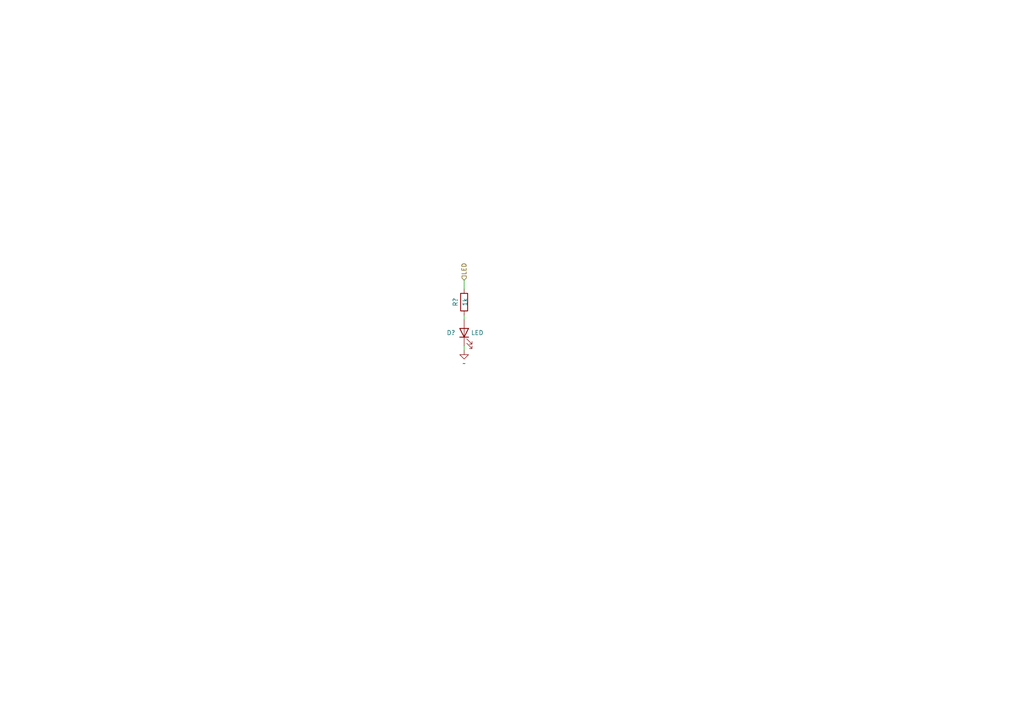
<source format=kicad_sch>
(kicad_sch (version 20231120) (generator "eeschema") (generator_version "8.0")
  (paper "A4")
  (title_block (title "YardForce SA/SC 10Buttons 12LEDs CoverUI") (date "2023-10-20") (rev "0.1") (comment 1 "(c) Apehaenger") (comment 2 "For https://openmower.de") (comment 3 "RM-ECOW-V1.0.0 2018.06.05 with STM32F030R8T6"))
  (lib_symbols
    (symbol "Device:LED" (pin_numbers hide) (pin_names (offset 1.016) hide)
      (property "Reference" "D" (at 0 2.54 0))
      (property "Value" "LED" (at 0 -2.54 0))
      (symbol "LED_0_1"
        (polyline (pts (xy -1.27 -1.27) (xy -1.27 1.27)) (stroke (width 0.254)))
        (polyline (pts (xy -1.27 0) (xy 1.27 0)))
        (polyline (pts (xy 1.27 -1.27) (xy 1.27 1.27) (xy -1.27 0) (xy 1.27 -1.27)) (stroke (width 0.254)))
        (polyline (pts (xy -3.048 -0.762) (xy -4.572 -2.286) (xy -3.81 -2.286) (xy -4.572 -2.286) (xy -4.572 -1.524)))
        (polyline (pts (xy -1.778 -0.762) (xy -3.302 -2.286) (xy -2.54 -2.286) (xy -3.302 -2.286) (xy -3.302 -1.524)))
      )
      (symbol "LED_1_1"
        (pin passive line (at -3.81 0 0) (length 2.54) (name "K") (number "1"))
        (pin passive line (at 3.81 0 180) (length 2.54) (name "A") (number "2"))
      )
    )
    (symbol "Device:R" (pin_numbers hide) (pin_names (offset 0))
      (property "Reference" "R" (at 2.032 0 90))
      (property "Value" "R" (at 0 0 90))
      (symbol "R_0_1"
        (rectangle (start -1.016 -2.54) (end 1.016 2.54) (stroke (width 0.254)))
      )
      (symbol "R_1_1"
        (pin passive line (at 0 3.81 270) (length 1.27) (name "~") (number "1"))
        (pin passive line (at 0 -3.81 90) (length 1.27) (name "~") (number "2"))
      )
    )
    (symbol "power:GND" (power) (pin_names (offset 0))
      (property "Value" "GND" (at 0 -3.81 0))
      (symbol "GND_0_1"
        (polyline (pts (xy 0 0) (xy 0 -1.27) (xy 1.27 -1.27) (xy 0 -2.54) (xy -1.27 -1.27) (xy 0 -1.27)))
      )
      (symbol "GND_1_1"
        (pin power_in line (at 0 0 270) (length 0) hide (name "GND") (number "1"))
      )
    )
  )
  (wire (pts (xy 134.62 100.33) (xy 134.62 101.6)))
  (wire (pts (xy 134.62 91.44) (xy 134.62 92.71)))
  (wire (pts (xy 134.62 81.28) (xy 134.62 83.82)))
  (hierarchical_label "LED" (shape input) (at 134.62 81.28 90))
  (symbol (lib_id "power:GND") (at 134.62 101.6 0) (unit 1)
    (property "Reference" "#PWR?" (effects (hide yes)))
    (property "Value" "~" (at 134.62 105.41 0))
  )
  (symbol (lib_id "Device:LED") (at 134.62 96.52 90) (unit 1)
    (property "Reference" "D?" (at 130.81 96.52 90))
    (property "Value" "LED" (at 138.43 96.52 90))
    (instances (project "SA650 9Button-11LED Board" (path "" (reference "D?") (unit 1)) (path "" (reference "D6") (unit 1)) (path "" (reference "D6") (unit 1)) (path "" (reference "D?") (unit 1)) (path "" (reference "D?") (unit 1)) (path "" (reference "D?") (unit 1)) (path "" (reference "D6") (unit 1)) (path "" (reference "D6") (unit 1)) (path "" (reference "D6") (unit 1)) (path "" (reference "D6") (unit 1)) (path "" (reference "D10") (unit 1)) (path "" (reference "D11") (unit 1)) (path "" (reference "D12") (unit 1))))
  )
  (symbol (lib_id "Device:R") (at 134.62 87.63 0) (unit 1)
    (property "Reference" "R?" (at 132.08 87.63 90))
    (property "Value" "1k" (at 134.874 87.63 90))
    (instances (project "SA650 9Button-11LED Board" (path "" (reference "R?") (unit 1)) (path "" (reference "R5") (unit 1)) (path "" (reference "R5") (unit 1)) (path "" (reference "R?") (unit 1)) (path "" (reference "R?") (unit 1)) (path "" (reference "R?") (unit 1)) (path "" (reference "R5") (unit 1)) (path "" (reference "R5") (unit 1)) (path "" (reference "R5") (unit 1)) (path "" (reference "R5") (unit 1)) (path "" (reference "R11") (unit 1)) (path "" (reference "R13") (unit 1)) (path "" (reference "R15") (unit 1))))
  )
)
</source>
